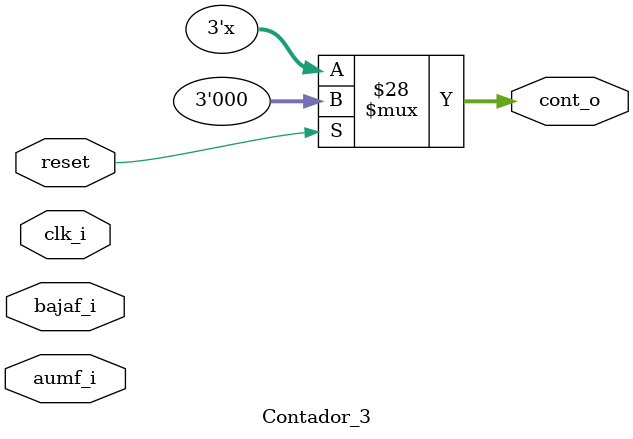
<source format=v>
`timescale 1ns / 1ps
module Contador_3(aumf_i,bajaf_i,clk_i,reset,cont_o );//Contador de 4 bits, para generar las frecuencias de salida cuneta hasta 10

input clk_i,reset,aumf_i,bajaf_i;//entradas clock de fpga y enable de contador
output reg[2:0] cont_o = 3'b0;// salida de contador de 7 bits 
 
		

always @(*)
	begin
		if(reset==1)
		begin
		cont_o = 3'b0;
		end
		else if(aumf_i==1'b1 && cont_o!=3'b111)/// Condicion para subir
			begin		
			cont_o = cont_o+1'b1;
			end
		
		else if(bajaf_i==1'b1 && cont_o!=3'b00) /// Condicion para subir
		begin
		cont_o = cont_o-1'b1;
		end
	end

endmodule

</source>
